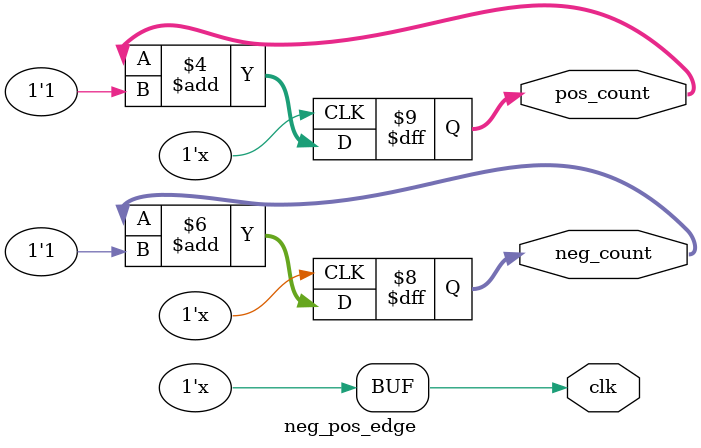
<source format=v>
module neg_pos_edge(clk,neg_count,pos_count);
output reg clk;
output reg [15:0]pos_count;
output reg [15:0]neg_count;
always #5 clk=~clk;
initial 
begin
clk=1;
pos_count=16'b0;
neg_count=16'b0;
end
always@(posedge clk)
begin
pos_count=pos_count+1'b1;
end
always@(negedge clk)
begin
neg_count=neg_count+1'b1;
end
endmodule
</source>
